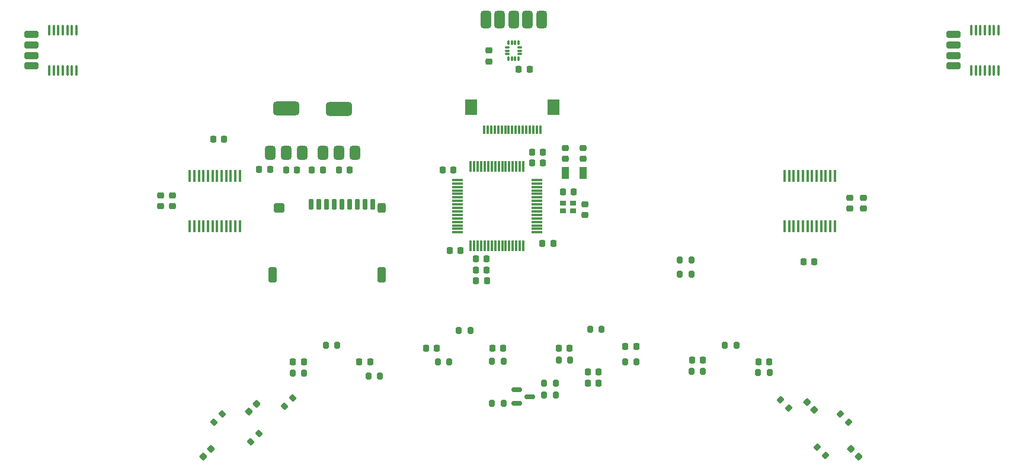
<source format=gbr>
%TF.GenerationSoftware,KiCad,Pcbnew,8.0.4*%
%TF.CreationDate,2024-11-30T23:44:48+01:00*%
%TF.ProjectId,ALL_PCBS,414c4c5f-5043-4425-932e-6b696361645f,rev?*%
%TF.SameCoordinates,Original*%
%TF.FileFunction,Paste,Bot*%
%TF.FilePolarity,Positive*%
%FSLAX46Y46*%
G04 Gerber Fmt 4.6, Leading zero omitted, Abs format (unit mm)*
G04 Created by KiCad (PCBNEW 8.0.4) date 2024-11-30 23:44:48*
%MOMM*%
%LPD*%
G01*
G04 APERTURE LIST*
G04 Aperture macros list*
%AMRoundRect*
0 Rectangle with rounded corners*
0 $1 Rounding radius*
0 $2 $3 $4 $5 $6 $7 $8 $9 X,Y pos of 4 corners*
0 Add a 4 corners polygon primitive as box body*
4,1,4,$2,$3,$4,$5,$6,$7,$8,$9,$2,$3,0*
0 Add four circle primitives for the rounded corners*
1,1,$1+$1,$2,$3*
1,1,$1+$1,$4,$5*
1,1,$1+$1,$6,$7*
1,1,$1+$1,$8,$9*
0 Add four rect primitives between the rounded corners*
20,1,$1+$1,$2,$3,$4,$5,0*
20,1,$1+$1,$4,$5,$6,$7,0*
20,1,$1+$1,$6,$7,$8,$9,0*
20,1,$1+$1,$8,$9,$2,$3,0*%
G04 Aperture macros list end*
%ADD10RoundRect,0.250000X-0.750000X-0.250000X0.750000X-0.250000X0.750000X0.250000X-0.750000X0.250000X0*%
%ADD11RoundRect,0.100000X0.100000X-0.637500X0.100000X0.637500X-0.100000X0.637500X-0.100000X-0.637500X0*%
%ADD12R,1.000000X1.800000*%
%ADD13RoundRect,0.225000X-0.250000X0.225000X-0.250000X-0.225000X0.250000X-0.225000X0.250000X0.225000X0*%
%ADD14RoundRect,0.225000X-0.225000X-0.250000X0.225000X-0.250000X0.225000X0.250000X-0.225000X0.250000X0*%
%ADD15RoundRect,0.225000X0.250000X-0.225000X0.250000X0.225000X-0.250000X0.225000X-0.250000X-0.225000X0*%
%ADD16RoundRect,0.225000X0.225000X0.250000X-0.225000X0.250000X-0.225000X-0.250000X0.225000X-0.250000X0*%
%ADD17R,0.450000X1.750000*%
%ADD18RoundRect,0.375000X0.375000X-0.625000X0.375000X0.625000X-0.375000X0.625000X-0.375000X-0.625000X0*%
%ADD19RoundRect,0.500000X1.400000X-0.500000X1.400000X0.500000X-1.400000X0.500000X-1.400000X-0.500000X0*%
%ADD20RoundRect,0.200000X-0.200000X-0.275000X0.200000X-0.275000X0.200000X0.275000X-0.200000X0.275000X0*%
%ADD21R,0.900000X0.800000*%
%ADD22R,1.800000X2.200000*%
%ADD23R,0.300000X1.300000*%
%ADD24RoundRect,0.075000X0.700000X0.075000X-0.700000X0.075000X-0.700000X-0.075000X0.700000X-0.075000X0*%
%ADD25RoundRect,0.075000X0.075000X0.700000X-0.075000X0.700000X-0.075000X-0.700000X0.075000X-0.700000X0*%
%ADD26RoundRect,0.200000X0.200000X0.275000X-0.200000X0.275000X-0.200000X-0.275000X0.200000X-0.275000X0*%
%ADD27RoundRect,0.175000X-0.175000X-0.625000X0.175000X-0.625000X0.175000X0.625000X-0.175000X0.625000X0*%
%ADD28RoundRect,0.300000X-0.300000X-0.800000X0.300000X-0.800000X0.300000X0.800000X-0.300000X0.800000X0*%
%ADD29RoundRect,0.350000X-0.450000X-0.350000X0.450000X-0.350000X0.450000X0.350000X-0.450000X0.350000X0*%
%ADD30RoundRect,0.300000X-0.300000X-0.400000X0.300000X-0.400000X0.300000X0.400000X-0.300000X0.400000X0*%
%ADD31RoundRect,0.218750X-0.218750X-0.256250X0.218750X-0.256250X0.218750X0.256250X-0.218750X0.256250X0*%
%ADD32RoundRect,0.150000X-0.587500X-0.150000X0.587500X-0.150000X0.587500X0.150000X-0.587500X0.150000X0*%
%ADD33RoundRect,0.200000X0.053033X-0.335876X0.335876X-0.053033X-0.053033X0.335876X-0.335876X0.053033X0*%
%ADD34RoundRect,0.200000X0.335876X0.053033X0.053033X0.335876X-0.335876X-0.053033X-0.053033X-0.335876X0*%
%ADD35RoundRect,0.225000X-0.017678X0.335876X-0.335876X0.017678X0.017678X-0.335876X0.335876X-0.017678X0*%
%ADD36RoundRect,0.200000X-0.335876X-0.053033X-0.053033X-0.335876X0.335876X0.053033X0.053033X0.335876X0*%
%ADD37RoundRect,0.225000X-0.335876X-0.017678X-0.017678X-0.335876X0.335876X0.017678X0.017678X0.335876X0*%
%ADD38RoundRect,0.375000X-0.375000X0.875000X-0.375000X-0.875000X0.375000X-0.875000X0.375000X0.875000X0*%
%ADD39RoundRect,0.087500X0.087500X-0.225000X0.087500X0.225000X-0.087500X0.225000X-0.087500X-0.225000X0*%
%ADD40RoundRect,0.087500X0.225000X-0.087500X0.225000X0.087500X-0.225000X0.087500X-0.225000X-0.087500X0*%
G04 APERTURE END LIST*
D10*
%TO.C,Encoder_L2*%
X222410000Y-88080000D03*
X222410000Y-89580000D03*
X222410000Y-91080000D03*
X222410000Y-92580000D03*
%TD*%
D11*
%TO.C,Encoder_L1*%
X228860000Y-93192500D03*
X228210000Y-93192500D03*
X227560000Y-93192500D03*
X226910000Y-93192500D03*
X226260000Y-93192500D03*
X225610000Y-93192500D03*
X224960000Y-93192500D03*
X224960000Y-87467500D03*
X225610000Y-87467500D03*
X226260000Y-87467500D03*
X226910000Y-87467500D03*
X227560000Y-87467500D03*
X228210000Y-87467500D03*
X228860000Y-87467500D03*
%TD*%
D10*
%TO.C,Encoder_L2*%
X90680000Y-88080000D03*
X90680000Y-89580000D03*
X90680000Y-91080000D03*
X90680000Y-92580000D03*
%TD*%
D11*
%TO.C,Encoder_L1*%
X97130000Y-93192500D03*
X96480000Y-93192500D03*
X95830000Y-93192500D03*
X95180000Y-93192500D03*
X94530000Y-93192500D03*
X93880000Y-93192500D03*
X93230000Y-93192500D03*
X93230000Y-87467500D03*
X93880000Y-87467500D03*
X94530000Y-87467500D03*
X95180000Y-87467500D03*
X95830000Y-87467500D03*
X96480000Y-87467500D03*
X97130000Y-87467500D03*
%TD*%
D12*
%TO.C,X2*%
X169480000Y-107870000D03*
X166980000Y-107870000D03*
%TD*%
D13*
%TO.C,C11*%
X166930000Y-104295000D03*
X166930000Y-105845000D03*
%TD*%
D14*
%TO.C,C1*%
X163705000Y-117945000D03*
X165255000Y-117945000D03*
%TD*%
%TO.C,C17*%
X200989000Y-120568000D03*
X202539000Y-120568000D03*
%TD*%
%TO.C,C16*%
X134605000Y-107470000D03*
X136155000Y-107470000D03*
%TD*%
D13*
%TO.C,C23*%
X109130000Y-111095000D03*
X109130000Y-112645000D03*
%TD*%
D15*
%TO.C,C18*%
X209580000Y-112945000D03*
X209580000Y-111395000D03*
%TD*%
D14*
%TO.C,C6*%
X162205000Y-106445000D03*
X163755000Y-106445000D03*
%TD*%
D16*
%TO.C,C20*%
X118230000Y-103020000D03*
X116680000Y-103020000D03*
%TD*%
D13*
%TO.C,C10*%
X169730000Y-112320000D03*
X169730000Y-113870000D03*
%TD*%
D16*
%TO.C,C15*%
X132305000Y-107445000D03*
X130755000Y-107445000D03*
%TD*%
D14*
%TO.C,C2*%
X154180000Y-120170000D03*
X155730000Y-120170000D03*
%TD*%
D16*
%TO.C,C8*%
X168180000Y-110570000D03*
X166630000Y-110570000D03*
%TD*%
%TO.C,C7*%
X150980000Y-107445000D03*
X149430000Y-107445000D03*
%TD*%
D14*
%TO.C,C5*%
X162205000Y-104945000D03*
X163755000Y-104945000D03*
%TD*%
D16*
%TO.C,C4*%
X151980000Y-118945000D03*
X150430000Y-118945000D03*
%TD*%
D17*
%TO.C,Driver L*%
X120455000Y-115470000D03*
X119805000Y-115470000D03*
X119155000Y-115470000D03*
X118505000Y-115470000D03*
X117855000Y-115470000D03*
X117205000Y-115470000D03*
X116555000Y-115470000D03*
X115905000Y-115470000D03*
X115255000Y-115470000D03*
X114605000Y-115470000D03*
X113955000Y-115470000D03*
X113305000Y-115470000D03*
X113305000Y-108270000D03*
X113955000Y-108270000D03*
X114605000Y-108270000D03*
X115255000Y-108270000D03*
X115905000Y-108270000D03*
X116555000Y-108270000D03*
X117205000Y-108270000D03*
X117855000Y-108270000D03*
X118505000Y-108270000D03*
X119155000Y-108270000D03*
X119805000Y-108270000D03*
X120455000Y-108270000D03*
%TD*%
D18*
%TO.C,U2*%
X129380000Y-104970000D03*
X127080000Y-104970000D03*
D19*
X127080000Y-98670000D03*
D18*
X124780000Y-104970000D03*
%TD*%
D20*
%TO.C,R11*%
X183330000Y-122345000D03*
X184980000Y-122345000D03*
%TD*%
D14*
%TO.C,C3*%
X154180000Y-121745000D03*
X155730000Y-121745000D03*
%TD*%
D13*
%TO.C,C12*%
X169530000Y-104295000D03*
X169530000Y-105845000D03*
%TD*%
D14*
%TO.C,C14*%
X127055000Y-107445000D03*
X128605000Y-107445000D03*
%TD*%
D18*
%TO.C,U3*%
X136905000Y-104995000D03*
X134605000Y-104995000D03*
D19*
X134605000Y-98695000D03*
D18*
X132305000Y-104995000D03*
%TD*%
D21*
%TO.C,X1*%
X168030000Y-113270000D03*
X166630000Y-113270000D03*
X166630000Y-112170000D03*
X168030000Y-112170000D03*
%TD*%
D13*
%TO.C,C24*%
X110830000Y-111070000D03*
X110830000Y-112620000D03*
%TD*%
D22*
%TO.C,GRUZIK3.0*%
X165280000Y-98470000D03*
X153480000Y-98470000D03*
D23*
X163380000Y-101720000D03*
X162880000Y-101720000D03*
X162380000Y-101720000D03*
X161880000Y-101720000D03*
X161380000Y-101720000D03*
X160880000Y-101720000D03*
X160380000Y-101720000D03*
X159880000Y-101720000D03*
X159380000Y-101720000D03*
X158880000Y-101720000D03*
X158380000Y-101720000D03*
X157880000Y-101720000D03*
X157380000Y-101720000D03*
X156880000Y-101720000D03*
X156380000Y-101720000D03*
X155880000Y-101720000D03*
X155380000Y-101720000D03*
%TD*%
D24*
%TO.C,U1*%
X162880000Y-108870000D03*
X162880000Y-109370000D03*
X162880000Y-109870000D03*
X162880000Y-110370000D03*
X162880000Y-110870000D03*
X162880000Y-111370000D03*
X162880000Y-111870000D03*
X162880000Y-112370000D03*
X162880000Y-112870000D03*
X162880000Y-113370000D03*
X162880000Y-113870000D03*
X162880000Y-114370000D03*
X162880000Y-114870000D03*
X162880000Y-115370000D03*
X162880000Y-115870000D03*
X162880000Y-116370000D03*
D25*
X160955000Y-118295000D03*
X160455000Y-118295000D03*
X159955000Y-118295000D03*
X159455000Y-118295000D03*
X158955000Y-118295000D03*
X158455000Y-118295000D03*
X157955000Y-118295000D03*
X157455000Y-118295000D03*
X156955000Y-118295000D03*
X156455000Y-118295000D03*
X155955000Y-118295000D03*
X155455000Y-118295000D03*
X154955000Y-118295000D03*
X154455000Y-118295000D03*
X153955000Y-118295000D03*
X153455000Y-118295000D03*
D24*
X151530000Y-116370000D03*
X151530000Y-115870000D03*
X151530000Y-115370000D03*
X151530000Y-114870000D03*
X151530000Y-114370000D03*
X151530000Y-113870000D03*
X151530000Y-113370000D03*
X151530000Y-112870000D03*
X151530000Y-112370000D03*
X151530000Y-111870000D03*
X151530000Y-111370000D03*
X151530000Y-110870000D03*
X151530000Y-110370000D03*
X151530000Y-109870000D03*
X151530000Y-109370000D03*
X151530000Y-108870000D03*
D25*
X153455000Y-106945000D03*
X153955000Y-106945000D03*
X154455000Y-106945000D03*
X154955000Y-106945000D03*
X155455000Y-106945000D03*
X155955000Y-106945000D03*
X156455000Y-106945000D03*
X156955000Y-106945000D03*
X157455000Y-106945000D03*
X157955000Y-106945000D03*
X158455000Y-106945000D03*
X158955000Y-106945000D03*
X159455000Y-106945000D03*
X159955000Y-106945000D03*
X160455000Y-106945000D03*
X160955000Y-106945000D03*
%TD*%
D26*
%TO.C,R12*%
X184980000Y-120345000D03*
X183330000Y-120345000D03*
%TD*%
D17*
%TO.C,Driver R*%
X198305000Y-108270000D03*
X198955000Y-108270000D03*
X199605000Y-108270000D03*
X200255000Y-108270000D03*
X200905000Y-108270000D03*
X201555000Y-108270000D03*
X202205000Y-108270000D03*
X202855000Y-108270000D03*
X203505000Y-108270000D03*
X204155000Y-108270000D03*
X204805000Y-108270000D03*
X205455000Y-108270000D03*
X205455000Y-115470000D03*
X204805000Y-115470000D03*
X204155000Y-115470000D03*
X203505000Y-115470000D03*
X202855000Y-115470000D03*
X202205000Y-115470000D03*
X201555000Y-115470000D03*
X200905000Y-115470000D03*
X200255000Y-115470000D03*
X199605000Y-115470000D03*
X198955000Y-115470000D03*
X198305000Y-115470000D03*
%TD*%
D27*
%TO.C,SD_Card*%
X130680000Y-112370000D03*
X131780000Y-112370000D03*
X132880000Y-112370000D03*
X133980000Y-112370000D03*
X135080000Y-112370000D03*
X136180000Y-112370000D03*
X137280000Y-112370000D03*
X138380000Y-112370000D03*
X139480000Y-112370000D03*
D28*
X125180000Y-122470000D03*
D29*
X126080000Y-112870000D03*
D30*
X140680000Y-112870000D03*
D28*
X140680000Y-122470000D03*
%TD*%
D16*
%TO.C,C13*%
X124780000Y-107320000D03*
X123230000Y-107320000D03*
%TD*%
D15*
%TO.C,C19*%
X207580000Y-112945000D03*
X207580000Y-111395000D03*
%TD*%
D31*
%TO.C,L1*%
X154180000Y-123320000D03*
X155755000Y-123320000D03*
%TD*%
D16*
%TO.C,C2*%
X171695000Y-136310000D03*
X170145000Y-136310000D03*
%TD*%
D32*
%TO.C,Q1*%
X161869500Y-139832000D03*
X159994500Y-140782000D03*
X159994500Y-138882000D03*
%TD*%
D16*
%TO.C,C1*%
X171720000Y-137885000D03*
X170170000Y-137885000D03*
%TD*%
D33*
%TO.C,R3*%
X122036637Y-146293363D03*
X123203363Y-145126637D03*
%TD*%
D34*
%TO.C,R20*%
X204153363Y-148243363D03*
X202986637Y-147076637D03*
%TD*%
D26*
%TO.C,R21*%
X165570000Y-139660000D03*
X163920000Y-139660000D03*
%TD*%
D20*
%TO.C,R17*%
X156495000Y-134810000D03*
X158145000Y-134810000D03*
%TD*%
%TO.C,R12*%
X170495000Y-130210000D03*
X172145000Y-130210000D03*
%TD*%
%TO.C,R4*%
X127995000Y-136510000D03*
X129645000Y-136510000D03*
%TD*%
D14*
%TO.C,C11*%
X156545000Y-132910000D03*
X158095000Y-132910000D03*
%TD*%
D16*
%TO.C,C7*%
X186595000Y-134660000D03*
X185045000Y-134660000D03*
%TD*%
D20*
%TO.C,R5*%
X148745000Y-134910000D03*
X150395000Y-134910000D03*
%TD*%
D16*
%TO.C,C6*%
X167595000Y-132910000D03*
X166045000Y-132910000D03*
%TD*%
D20*
%TO.C,R13*%
X189745000Y-132485000D03*
X191395000Y-132485000D03*
%TD*%
D26*
%TO.C,R19*%
X196145000Y-136410000D03*
X194495000Y-136410000D03*
%TD*%
D20*
%TO.C,R11*%
X151745000Y-130410000D03*
X153395000Y-130410000D03*
%TD*%
D35*
%TO.C,C3*%
X116368008Y-147361992D03*
X115271992Y-148458008D03*
%TD*%
D33*
%TO.C,R15*%
X126828274Y-141251726D03*
X127995000Y-140085000D03*
%TD*%
D14*
%TO.C,C10*%
X137545000Y-134910000D03*
X139095000Y-134910000D03*
%TD*%
D34*
%TO.C,R8*%
X198903363Y-141493363D03*
X197736637Y-140326637D03*
%TD*%
D36*
%TO.C,R14*%
X206236637Y-142326637D03*
X207403363Y-143493363D03*
%TD*%
D20*
%TO.C,R16*%
X138820000Y-136910000D03*
X140470000Y-136910000D03*
%TD*%
D14*
%TO.C,C4*%
X128045000Y-134910000D03*
X129595000Y-134910000D03*
%TD*%
D16*
%TO.C,C12*%
X177095000Y-132660000D03*
X175545000Y-132660000D03*
%TD*%
D14*
%TO.C,C5*%
X147045000Y-132910000D03*
X148595000Y-132910000D03*
%TD*%
D33*
%TO.C,R9*%
X116736637Y-143493363D03*
X117903363Y-142326637D03*
%TD*%
D20*
%TO.C,R23*%
X156495000Y-140810000D03*
X158145000Y-140810000D03*
%TD*%
%TO.C,R10*%
X132745000Y-132485000D03*
X134395000Y-132485000D03*
%TD*%
D26*
%TO.C,R18*%
X177145000Y-134910000D03*
X175495000Y-134910000D03*
%TD*%
D35*
%TO.C,C9*%
X122868008Y-140861992D03*
X121771992Y-141958008D03*
%TD*%
D16*
%TO.C,C13*%
X196120000Y-134910000D03*
X194570000Y-134910000D03*
%TD*%
D37*
%TO.C,C8*%
X201471992Y-140661992D03*
X202568008Y-141758008D03*
%TD*%
D26*
%TO.C,R22*%
X165570000Y-137910000D03*
X163920000Y-137910000D03*
%TD*%
%TO.C,R6*%
X167645000Y-134610000D03*
X165995000Y-134610000D03*
%TD*%
D37*
%TO.C,C14*%
X207771992Y-147361992D03*
X208868008Y-148458008D03*
%TD*%
D26*
%TO.C,R7*%
X186620000Y-136210000D03*
X184970000Y-136210000D03*
%TD*%
D14*
%TO.C,C1*%
X160307000Y-93030000D03*
X161857000Y-93030000D03*
%TD*%
D13*
%TO.C,C2*%
X156057000Y-90380000D03*
X156057000Y-91930000D03*
%TD*%
D38*
%TO.C,IMU_Conn1*%
X155582000Y-85980000D03*
X157582000Y-85980000D03*
X159582000Y-85980000D03*
X161582000Y-85980000D03*
X163582000Y-85980000D03*
%TD*%
D39*
%TO.C,U1*%
X160307000Y-91555000D03*
X159807000Y-91555000D03*
X159307000Y-91555000D03*
X158807000Y-91555000D03*
D40*
X158644500Y-90892500D03*
X158644500Y-90392500D03*
X158644500Y-89892500D03*
D39*
X158807000Y-89230000D03*
X159307000Y-89230000D03*
X159807000Y-89230000D03*
X160307000Y-89230000D03*
D40*
X160469500Y-89892500D03*
X160469500Y-90392500D03*
X160469500Y-90892500D03*
%TD*%
M02*

</source>
